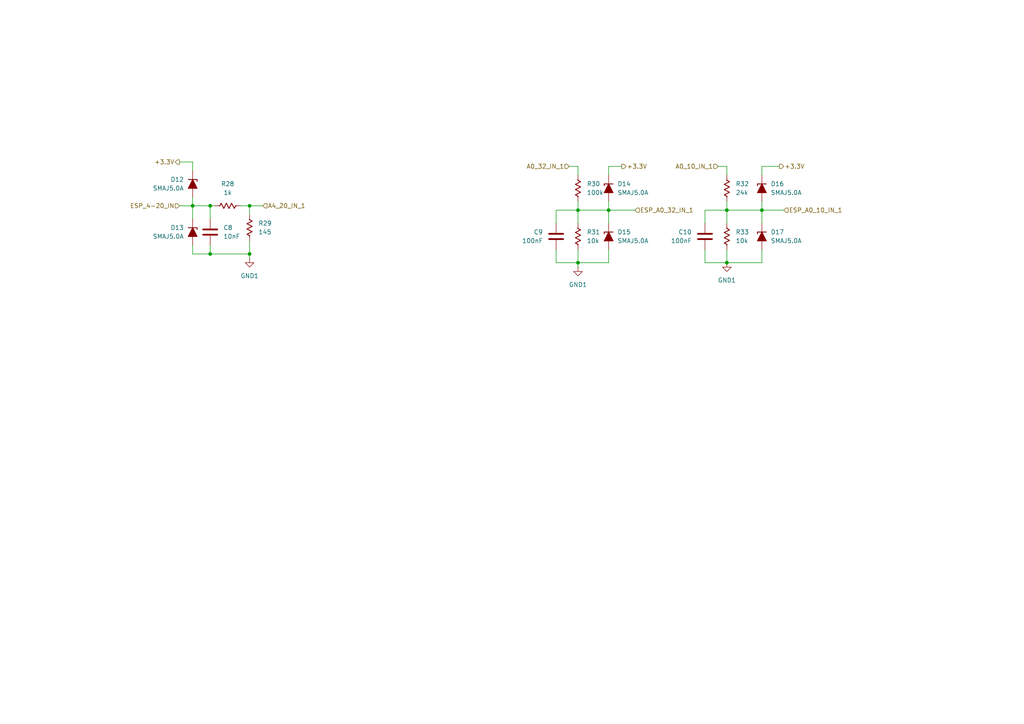
<source format=kicad_sch>
(kicad_sch (version 20250114) (generator "eeschema") (generator_version "9.0")
  (paper "A4")
  (lib_symbols
    (symbol "PCM_Capacitor_US_AKL:C_0603" (pin_numbers (hide yes)) (pin_names (offset 0.254))
      (property "Reference" "C" (at 0.635 2.54 0))
      (property "Value" "C_0603" (at 0.635 -2.54 0))
      (symbol "C_0603_0_1"
        (polyline (pts (xy -2.032 0.762) (xy 2.032 0.762)) (stroke (width 0.508)))
        (polyline (pts (xy -2.032 -0.762) (xy 2.032 -0.762)) (stroke (width 0.508)))
      )
      (symbol "C_0603_0_2"
        (polyline (pts (xy -2.54 -2.54) (xy -0.381 -0.381)))
        (polyline (pts (xy -0.508 -0.508) (xy -1.651 0.635)) (stroke (width 0.508)))
        (polyline (pts (xy -0.508 -0.508) (xy 0.635 -1.651)) (stroke (width 0.508)))
        (polyline (pts (xy 0.381 0.381) (xy 2.54 2.54)))
        (polyline (pts (xy 0.508 0.508) (xy -0.635 1.651)) (stroke (width 0.508)))
        (polyline (pts (xy 0.508 0.508) (xy 1.651 -0.635)) (stroke (width 0.508)))
      )
      (symbol "C_0603_1_1"
        (pin passive line (at 0 3.81 270) (length 2.794) (name "~") (number "1"))
        (pin passive line (at 0 -3.81 90) (length 2.794) (name "~") (number "2"))
      )
      (symbol "C_0603_1_2"
        (pin passive line (at -2.54 -2.54 90) (length 0) (name "~") (number "2"))
        (pin passive line (at 2.54 2.54 270) (length 0) (name "~") (number "1"))
      )
    )
    (symbol "PCM_Diode_TVS_AKL:SMAJ5.0A" (pin_numbers (hide yes)) (pin_names (offset 1.016) (hide yes))
      (property "Reference" "D" (at 0 5.08 0))
      (property "Value" "SMAJ5.0A" (at 0 2.54 0))
      (symbol "SMAJ5.0A_0_1"
        (polyline (pts (xy -1.27 1.27) (xy -1.27 -1.27) (xy 1.27 0) (xy -1.27 1.27)) (stroke (width 0.254)) (fill (type outline)))
        (polyline (pts (xy -1.27 0) (xy 1.27 0)))
        (polyline (pts (xy 1.27 1.27) (xy 0.762 1.27)) (stroke (width 0.254)))
        (polyline (pts (xy 1.27 -1.27) (xy 1.27 1.27)) (stroke (width 0.254)))
      )
      (symbol "SMAJ5.0A_0_2"
        (polyline (pts (xy -2.54 -2.54) (xy 2.54 2.54)))
        (polyline (pts (xy -0.889 -0.889) (xy -1.778 0) (xy 0.889 0.889) (xy 0 -1.778) (xy -0.889 -0.889)) (stroke (width 0.254)) (fill (type outline)))
        (polyline (pts (xy 0 1.778) (xy -0.381 1.397)) (stroke (width 0.254)))
        (polyline (pts (xy 0 1.778) (xy 1.778 0)) (stroke (width 0.254)))
      )
      (symbol "SMAJ5.0A_1_1"
        (pin passive line (at -3.81 0 0) (length 2.54) (name "A") (number "2"))
        (pin passive line (at 3.81 0 180) (length 2.54) (name "K") (number "1"))
      )
      (symbol "SMAJ5.0A_1_2"
        (pin passive line (at -2.54 -2.54 0) (length 0) (name "A") (number "2"))
        (pin passive line (at 2.54 2.54 180) (length 0) (name "K") (number "1"))
      )
    )
    (symbol "PCM_Resistor_US_AKL:R_0603" (pin_numbers (hide yes)) (pin_names (offset 0))
      (property "Reference" "R" (at 2.54 1.27 0))
      (property "Value" "R_0603" (at 2.54 -1.27 0))
      (symbol "R_0603_0_1"
        (polyline (pts (xy 0 2.286) (xy 0 2.54)) (stroke (width 0.254)))
        (polyline (pts (xy 0 2.286) (xy 0.762 1.905) (xy -0.762 1.143) (xy 0 0.762) (xy 0.762 0.381) (xy 0 0) (xy -0.762 -0.381) (xy 0 -0.762) (xy 0.762 -1.143) (xy 0 -1.524) (xy -0.762 -1.905) (xy 0 -2.286)) (stroke (width 0.254)))
        (polyline (pts (xy 0 -2.286) (xy 0 -2.54)) (stroke (width 0.254)))
      )
      (symbol "R_0603_0_2"
        (polyline (pts (xy -2.54 -2.54) (xy -1.778 -1.778)))
        (polyline (pts (xy -1.778 -1.778) (xy -1.524 -1.524)) (stroke (width 0.254)))
        (polyline (pts (xy -1.524 -1.524) (xy -1.778 -0.762) (xy -1.016 -1.016)) (stroke (width 0.254)))
        (polyline (pts (xy -0.508 -0.508) (xy -0.762 0.254) (xy 0 0)) (stroke (width 0.254)))
        (polyline (pts (xy -0.508 -0.508) (xy -0.254 -1.27) (xy -1.016 -1.016)) (stroke (width 0.254)))
        (polyline (pts (xy 0.508 0.508) (xy 0.254 1.27) (xy 1.016 1.016)) (stroke (width 0.254)))
        (polyline (pts (xy 0.508 0.508) (xy 0.762 -0.254) (xy 0 0)) (stroke (width 0.254)))
        (polyline (pts (xy 1.524 1.524) (xy 1.778 0.762) (xy 1.016 1.016)) (stroke (width 0.254)))
        (polyline (pts (xy 1.778 1.778) (xy 1.524 1.524)) (stroke (width 0.254)))
        (polyline (pts (xy 1.778 1.778) (xy 2.54 2.54)))
      )
      (symbol "R_0603_1_1"
        (pin passive line (at 0 3.81 270) (length 1.27) (name "~") (number "1"))
        (pin passive line (at 0 -3.81 90) (length 1.27) (name "~") (number "2"))
      )
      (symbol "R_0603_1_2"
        (pin passive line (at -2.54 -2.54 0) (length 0) (name "") (number "2"))
        (pin passive line (at 2.54 2.54 180) (length 0) (name "") (number "1"))
      )
    )
    (symbol "PCM_Resistor_US_AKL:R_0805" (pin_numbers (hide yes)) (pin_names (offset 0))
      (property "Reference" "R" (at 2.54 1.27 0))
      (property "Value" "R_0805" (at 2.54 -1.27 0))
      (symbol "R_0805_0_1"
        (polyline (pts (xy 0 2.286) (xy 0 2.54)) (stroke (width 0.254)))
        (polyline (pts (xy 0 2.286) (xy 0.762 1.905) (xy -0.762 1.143) (xy 0 0.762) (xy 0.762 0.381) (xy 0 0) (xy -0.762 -0.381) (xy 0 -0.762) (xy 0.762 -1.143) (xy 0 -1.524) (xy -0.762 -1.905) (xy 0 -2.286)) (stroke (width 0.254)))
        (polyline (pts (xy 0 -2.286) (xy 0 -2.54)) (stroke (width 0.254)))
      )
      (symbol "R_0805_0_2"
        (polyline (pts (xy -2.54 -2.54) (xy -1.778 -1.778)))
        (polyline (pts (xy -1.778 -1.778) (xy -1.524 -1.524)) (stroke (width 0.254)))
        (polyline (pts (xy -1.524 -1.524) (xy -1.778 -0.762) (xy -1.016 -1.016)) (stroke (width 0.254)))
        (polyline (pts (xy -0.508 -0.508) (xy -0.762 0.254) (xy 0 0)) (stroke (width 0.254)))
        (polyline (pts (xy -0.508 -0.508) (xy -0.254 -1.27) (xy -1.016 -1.016)) (stroke (width 0.254)))
        (polyline (pts (xy 0.508 0.508) (xy 0.254 1.27) (xy 1.016 1.016)) (stroke (width 0.254)))
        (polyline (pts (xy 0.508 0.508) (xy 0.762 -0.254) (xy 0 0)) (stroke (width 0.254)))
        (polyline (pts (xy 1.524 1.524) (xy 1.778 0.762) (xy 1.016 1.016)) (stroke (width 0.254)))
        (polyline (pts (xy 1.778 1.778) (xy 1.524 1.524)) (stroke (width 0.254)))
        (polyline (pts (xy 1.778 1.778) (xy 2.54 2.54)))
      )
      (symbol "R_0805_1_1"
        (pin passive line (at 0 3.81 270) (length 1.27) (name "~") (number "1"))
        (pin passive line (at 0 -3.81 90) (length 1.27) (name "~") (number "2"))
      )
      (symbol "R_0805_1_2"
        (pin passive line (at -2.54 -2.54 0) (length 0) (name "") (number "2"))
        (pin passive line (at 2.54 2.54 180) (length 0) (name "") (number "1"))
      )
    )
    (symbol "power:GND" (power) (pin_numbers (hide yes)) (pin_names (offset 0) (hide yes))
      (property "Value" "GND" (at 0 -3.81 0))
      (symbol "GND_0_1"
        (polyline (pts (xy 0 0) (xy 0 -1.27) (xy 1.27 -1.27) (xy 0 -2.54) (xy -1.27 -1.27) (xy 0 -1.27)))
      )
      (symbol "GND_1_1"
        (pin power_in line (at 0 0 270) (length 0) (name "~") (number "1"))
      )
    )
  )
  (junction (at 220.98 60.96))
  (junction (at 167.64 76.2))
  (junction (at 60.96 59.69))
  (junction (at 176.53 60.96))
  (junction (at 72.39 73.66))
  (junction (at 167.64 60.96))
  (junction (at 210.82 76.2))
  (junction (at 210.82 60.96))
  (junction (at 72.39 59.69))
  (junction (at 55.88 59.69))
  (junction (at 60.96 73.66))
  (wire (pts (xy 204.47 60.96) (xy 210.82 60.96)))
  (wire (pts (xy 161.29 60.96) (xy 167.64 60.96)))
  (wire (pts (xy 52.07 59.69) (xy 55.88 59.69)))
  (wire (pts (xy 161.29 76.2) (xy 167.64 76.2)))
  (wire (pts (xy 55.88 59.69) (xy 55.88 63.5)))
  (wire (pts (xy 167.64 76.2) (xy 167.64 77.47)))
  (wire (pts (xy 69.85 59.69) (xy 72.39 59.69)))
  (wire (pts (xy 210.82 58.42) (xy 210.82 60.96)))
  (wire (pts (xy 220.98 72.39) (xy 220.98 76.2)))
  (wire (pts (xy 167.64 58.42) (xy 167.64 60.96)))
  (wire (pts (xy 60.96 59.69) (xy 60.96 63.5)))
  (wire (pts (xy 167.64 60.96) (xy 167.64 64.77)))
  (wire (pts (xy 72.39 73.66) (xy 72.39 74.93)))
  (wire (pts (xy 210.82 60.96) (xy 220.98 60.96)))
  (wire (pts (xy 210.82 48.26) (xy 210.82 50.8)))
  (wire (pts (xy 220.98 58.42) (xy 220.98 60.96)))
  (wire (pts (xy 167.64 48.26) (xy 167.64 50.8)))
  (wire (pts (xy 204.47 72.39) (xy 204.47 76.2)))
  (wire (pts (xy 176.53 72.39) (xy 176.53 76.2)))
  (wire (pts (xy 176.53 48.26) (xy 176.53 50.8)))
  (wire (pts (xy 161.29 72.39) (xy 161.29 76.2)))
  (wire (pts (xy 226.06 48.26) (xy 220.98 48.26)))
  (wire (pts (xy 167.64 60.96) (xy 176.53 60.96)))
  (wire (pts (xy 176.53 60.96) (xy 176.53 64.77)))
  (wire (pts (xy 204.47 64.77) (xy 204.47 60.96)))
  (wire (pts (xy 60.96 59.69) (xy 62.23 59.69)))
  (wire (pts (xy 55.88 46.99) (xy 55.88 49.53)))
  (wire (pts (xy 165.1 48.26) (xy 167.64 48.26)))
  (wire (pts (xy 208.28 48.26) (xy 210.82 48.26)))
  (wire (pts (xy 52.07 46.99) (xy 55.88 46.99)))
  (wire (pts (xy 161.29 64.77) (xy 161.29 60.96)))
  (wire (pts (xy 72.39 62.23) (xy 72.39 59.69)))
  (wire (pts (xy 176.53 58.42) (xy 176.53 60.96)))
  (wire (pts (xy 220.98 76.2) (xy 210.82 76.2)))
  (wire (pts (xy 55.88 71.12) (xy 55.88 73.66)))
  (wire (pts (xy 55.88 59.69) (xy 60.96 59.69)))
  (wire (pts (xy 55.88 57.15) (xy 55.88 59.69)))
  (wire (pts (xy 220.98 48.26) (xy 220.98 50.8)))
  (wire (pts (xy 60.96 71.12) (xy 60.96 73.66)))
  (wire (pts (xy 210.82 72.39) (xy 210.82 76.2)))
  (wire (pts (xy 60.96 73.66) (xy 72.39 73.66)))
  (wire (pts (xy 167.64 76.2) (xy 176.53 76.2)))
  (wire (pts (xy 55.88 73.66) (xy 60.96 73.66)))
  (wire (pts (xy 204.47 76.2) (xy 210.82 76.2)))
  (wire (pts (xy 176.53 60.96) (xy 184.15 60.96)))
  (wire (pts (xy 180.34 48.26) (xy 176.53 48.26)))
  (wire (pts (xy 167.64 72.39) (xy 167.64 76.2)))
  (wire (pts (xy 220.98 60.96) (xy 220.98 64.77)))
  (wire (pts (xy 72.39 59.69) (xy 76.2 59.69)))
  (wire (pts (xy 220.98 60.96) (xy 227.33 60.96)))
  (wire (pts (xy 210.82 60.96) (xy 210.82 64.77)))
  (wire (pts (xy 72.39 69.85) (xy 72.39 73.66)))
  (hierarchical_label "ESP_A0_10_IN_1" (shape input) (at 227.33 60.96 0))
  (hierarchical_label "+3.3V" (shape output) (at 180.34 48.26 0))
  (hierarchical_label "ESP_A0_32_IN_1" (shape input) (at 184.15 60.96 0))
  (hierarchical_label "A4_20_IN_1" (shape input) (at 76.2 59.69 0))
  (hierarchical_label "A0_10_IN_1" (shape input) (at 208.28 48.26 180))
  (hierarchical_label "A0_32_IN_1" (shape input) (at 165.1 48.26 180))
  (hierarchical_label "+3.3V" (shape output) (at 226.06 48.26 0))
  (hierarchical_label "ESP_4-20_IN" (shape input) (at 52.07 59.69 180))
  (hierarchical_label "+3.3V" (shape output) (at 52.07 46.99 180))
  (symbol (lib_id "PCM_Diode_TVS_AKL:SMAJ5.0A") (at 220.98 68.58 90) (unit 1)
    (property "Reference" "D17" (at 223.52 67.3099 90) (effects (justify right)))
    (property "Value" "SMAJ5.0A" (at 223.52 69.8499 90) (effects (justify right)))
    (property "Footprint" "PCM_Diode_SMD_AKL:D_SMA" (effects (hide yes)))
    (property "Datasheet" "https://www.tme.eu/Document/dbc72d81c249fe51b6ab42300e8e06d0/SMAJ_ser.pdf" (effects (hide yes)))
    (property "Description" "SMA Unidirectional TVS diode, 5V, 400W, Alternate KiCAD Library" (effects (hide yes)))
  )
  (symbol (lib_id "PCM_Capacitor_US_AKL:C_0603") (at 60.96 67.31 0) (unit 1)
    (property "Reference" "C8" (at 64.77 66.0399 0) (effects (justify left)))
    (property "Value" "10nF" (at 64.77 68.5799 0) (effects (justify left)))
    (property "Footprint" "PCM_Capacitor_SMD_AKL:C_0603_1608Metric" (effects (hide yes)))
    (property "Description" "SMD 0603 MLCC capacitor, Alternate KiCad Library" (effects (hide yes)))
    (property "Voltage" "10V" (effects (hide yes)))
  )
  (symbol (lib_id "PCM_Resistor_US_AKL:R_0805") (at 72.39 66.04 0) (unit 1)
    (property "Reference" "R29" (at 74.93 64.7699 0) (effects (justify left)))
    (property "Value" "145" (at 74.93 67.3099 0) (effects (justify left)))
    (property "Footprint" "PCM_Resistor_SMD_AKL:R_0805_2012Metric" (effects (hide yes)))
    (property "Description" "SMD 0805 Chip Resistor, US Symbol, Alternate KiCad Library" (effects (hide yes)))
  )
  (symbol (lib_id "PCM_Diode_TVS_AKL:SMAJ5.0A") (at 220.98 54.61 90) (unit 1)
    (property "Reference" "D16" (at 223.52 53.3399 90) (effects (justify right)))
    (property "Value" "SMAJ5.0A" (at 223.52 55.8799 90) (effects (justify right)))
    (property "Footprint" "PCM_Diode_SMD_AKL:D_SMA" (effects (hide yes)))
    (property "Datasheet" "https://www.tme.eu/Document/dbc72d81c249fe51b6ab42300e8e06d0/SMAJ_ser.pdf" (effects (hide yes)))
    (property "Description" "SMA Unidirectional TVS diode, 5V, 400W, Alternate KiCAD Library" (effects (hide yes)))
  )
  (symbol (lib_id "PCM_Diode_TVS_AKL:SMAJ5.0A") (at 55.88 67.31 270) (mirror x) (unit 1)
    (property "Reference" "D13" (at 53.34 66.0399 90) (effects (justify right)))
    (property "Value" "SMAJ5.0A" (at 53.34 68.5799 90) (effects (justify right)))
    (property "Footprint" "PCM_Diode_SMD_AKL:D_SMA" (effects (hide yes)))
    (property "Datasheet" "https://www.tme.eu/Document/dbc72d81c249fe51b6ab42300e8e06d0/SMAJ_ser.pdf" (effects (hide yes)))
    (property "Description" "SMA Unidirectional TVS diode, 5V, 400W, Alternate KiCAD Library" (effects (hide yes)))
  )
  (symbol (lib_id "PCM_Diode_TVS_AKL:SMAJ5.0A") (at 176.53 54.61 90) (unit 1)
    (property "Reference" "D14" (at 179.07 53.3399 90) (effects (justify right)))
    (property "Value" "SMAJ5.0A" (at 179.07 55.8799 90) (effects (justify right)))
    (property "Footprint" "PCM_Diode_SMD_AKL:D_SMA" (effects (hide yes)))
    (property "Datasheet" "https://www.tme.eu/Document/dbc72d81c249fe51b6ab42300e8e06d0/SMAJ_ser.pdf" (effects (hide yes)))
    (property "Description" "SMA Unidirectional TVS diode, 5V, 400W, Alternate KiCAD Library" (effects (hide yes)))
  )
  (symbol (lib_id "PCM_Diode_TVS_AKL:SMAJ5.0A") (at 55.88 53.34 270) (mirror x) (unit 1)
    (property "Reference" "D12" (at 53.34 52.0699 90) (effects (justify right)))
    (property "Value" "SMAJ5.0A" (at 53.34 54.6099 90) (effects (justify right)))
    (property "Footprint" "PCM_Diode_SMD_AKL:D_SMA" (effects (hide yes)))
    (property "Datasheet" "https://www.tme.eu/Document/dbc72d81c249fe51b6ab42300e8e06d0/SMAJ_ser.pdf" (effects (hide yes)))
    (property "Description" "SMA Unidirectional TVS diode, 5V, 400W, Alternate KiCAD Library" (effects (hide yes)))
  )
  (symbol (lib_id "PCM_Resistor_US_AKL:R_0603") (at 66.04 59.69 90) (unit 1)
    (property "Reference" "R28" (at 66.04 53.34 90))
    (property "Value" "1k" (at 66.04 55.88 90))
    (property "Footprint" "PCM_Resistor_SMD_AKL:R_0603_1608Metric" (effects (hide yes)))
    (property "Description" "SMD 0603 Chip Resistor, US Symbol, Alternate KiCad Library" (effects (hide yes)))
  )
  (symbol (lib_id "PCM_Capacitor_US_AKL:C_0603") (at 204.47 68.58 0) (mirror y) (unit 1)
    (property "Reference" "C10" (at 200.66 67.3099 0) (effects (justify left)))
    (property "Value" "100nF" (at 200.66 69.8499 0) (effects (justify left)))
    (property "Footprint" "PCM_Capacitor_SMD_AKL:C_0603_1608Metric" (effects (hide yes)))
    (property "Description" "SMD 0603 MLCC capacitor, Alternate KiCad Library" (effects (hide yes)))
    (property "Voltage" "10V" (effects (hide yes)))
  )
  (symbol (lib_id "PCM_Resistor_US_AKL:R_0603") (at 210.82 54.61 180) (unit 1)
    (property "Reference" "R32" (at 213.36 53.3399 0) (effects (justify right)))
    (property "Value" "24k" (at 213.36 55.8799 0) (effects (justify right)))
    (property "Footprint" "PCM_Resistor_SMD_AKL:R_0603_1608Metric" (effects (hide yes)))
    (property "Description" "SMD 0603 Chip Resistor, US Symbol, Alternate KiCad Library" (effects (hide yes)))
  )
  (symbol (lib_id "PCM_Diode_TVS_AKL:SMAJ5.0A") (at 176.53 68.58 90) (unit 1)
    (property "Reference" "D15" (at 179.07 67.3099 90) (effects (justify right)))
    (property "Value" "SMAJ5.0A" (at 179.07 69.8499 90) (effects (justify right)))
    (property "Footprint" "PCM_Diode_SMD_AKL:D_SMA" (effects (hide yes)))
    (property "Datasheet" "https://www.tme.eu/Document/dbc72d81c249fe51b6ab42300e8e06d0/SMAJ_ser.pdf" (effects (hide yes)))
    (property "Description" "SMA Unidirectional TVS diode, 5V, 400W, Alternate KiCAD Library" (effects (hide yes)))
  )
  (symbol (lib_id "power:GND") (at 210.82 76.2 0) (unit 1)
    (property "Reference" "#PWR045" (effects (hide yes)))
    (property "Value" "GND1" (at 210.82 81.28 0))
    (property "Description" "Power symbol creates a global label with name \"GND\" , ground" (effects (hide yes)))
  )
  (symbol (lib_id "PCM_Resistor_US_AKL:R_0603") (at 167.64 68.58 180) (unit 1)
    (property "Reference" "R31" (at 170.18 67.3099 0) (effects (justify right)))
    (property "Value" "10k" (at 170.18 69.8499 0) (effects (justify right)))
    (property "Footprint" "PCM_Resistor_SMD_AKL:R_0603_1608Metric" (effects (hide yes)))
    (property "Description" "SMD 0603 Chip Resistor, US Symbol, Alternate KiCad Library" (effects (hide yes)))
  )
  (symbol (lib_id "power:GND") (at 167.64 77.47 0) (unit 1)
    (property "Reference" "#PWR044" (effects (hide yes)))
    (property "Value" "GND1" (at 167.64 82.55 0))
    (property "Description" "Power symbol creates a global label with name \"GND\" , ground" (effects (hide yes)))
  )
  (symbol (lib_id "power:GND") (at 72.39 74.93 0) (unit 1)
    (property "Reference" "#PWR043" (effects (hide yes)))
    (property "Value" "GND1" (at 72.39 80.01 0))
    (property "Description" "Power symbol creates a global label with name \"GND\" , ground" (effects (hide yes)))
  )
  (symbol (lib_id "PCM_Resistor_US_AKL:R_0603") (at 167.64 54.61 180) (unit 1)
    (property "Reference" "R30" (at 170.18 53.3399 0) (effects (justify right)))
    (property "Value" "100k" (at 170.18 55.8799 0) (effects (justify right)))
    (property "Footprint" "PCM_Resistor_SMD_AKL:R_0603_1608Metric" (effects (hide yes)))
    (property "Description" "SMD 0603 Chip Resistor, US Symbol, Alternate KiCad Library" (effects (hide yes)))
  )
  (symbol (lib_id "PCM_Resistor_US_AKL:R_0603") (at 210.82 68.58 180) (unit 1)
    (property "Reference" "R33" (at 213.36 67.3099 0) (effects (justify right)))
    (property "Value" "10k" (at 213.36 69.8499 0) (effects (justify right)))
    (property "Footprint" "PCM_Resistor_SMD_AKL:R_0603_1608Metric" (effects (hide yes)))
    (property "Description" "SMD 0603 Chip Resistor, US Symbol, Alternate KiCad Library" (effects (hide yes)))
  )
  (symbol (lib_id "PCM_Capacitor_US_AKL:C_0603") (at 161.29 68.58 0) (mirror y) (unit 1)
    (property "Reference" "C9" (at 157.48 67.3099 0) (effects (justify left)))
    (property "Value" "100nF" (at 157.48 69.8499 0) (effects (justify left)))
    (property "Footprint" "PCM_Capacitor_SMD_AKL:C_0603_1608Metric" (effects (hide yes)))
    (property "Description" "SMD 0603 MLCC capacitor, Alternate KiCad Library" (effects (hide yes)))
    (property "Voltage" "10V" (effects (hide yes)))
  )
)
</source>
